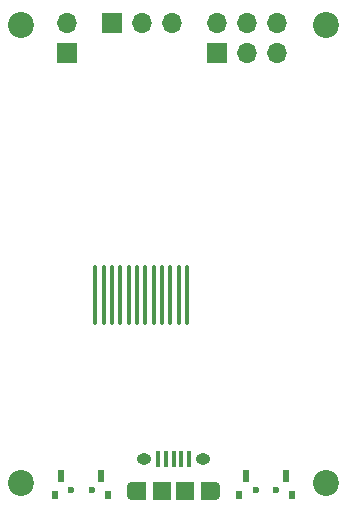
<source format=gbr>
%TF.GenerationSoftware,KiCad,Pcbnew,(6.0.9)*%
%TF.CreationDate,2023-01-20T21:16:29+01:00*%
%TF.ProjectId,AGH-CLK-01,4147482d-434c-44b2-9d30-312e6b696361,rev?*%
%TF.SameCoordinates,Original*%
%TF.FileFunction,Soldermask,Bot*%
%TF.FilePolarity,Negative*%
%FSLAX46Y46*%
G04 Gerber Fmt 4.6, Leading zero omitted, Abs format (unit mm)*
G04 Created by KiCad (PCBNEW (6.0.9)) date 2023-01-20 21:16:29*
%MOMM*%
%LPD*%
G01*
G04 APERTURE LIST*
G04 Aperture macros list*
%AMRoundRect*
0 Rectangle with rounded corners*
0 $1 Rounding radius*
0 $2 $3 $4 $5 $6 $7 $8 $9 X,Y pos of 4 corners*
0 Add a 4 corners polygon primitive as box body*
4,1,4,$2,$3,$4,$5,$6,$7,$8,$9,$2,$3,0*
0 Add four circle primitives for the rounded corners*
1,1,$1+$1,$2,$3*
1,1,$1+$1,$4,$5*
1,1,$1+$1,$6,$7*
1,1,$1+$1,$8,$9*
0 Add four rect primitives between the rounded corners*
20,1,$1+$1,$2,$3,$4,$5,0*
20,1,$1+$1,$4,$5,$6,$7,0*
20,1,$1+$1,$6,$7,$8,$9,0*
20,1,$1+$1,$8,$9,$2,$3,0*%
G04 Aperture macros list end*
%ADD10C,2.200000*%
%ADD11R,1.700000X1.700000*%
%ADD12O,1.700000X1.700000*%
%ADD13R,0.400000X1.350000*%
%ADD14O,1.250000X0.950000*%
%ADD15O,0.890000X1.550000*%
%ADD16R,1.200000X1.550000*%
%ADD17R,1.500000X1.550000*%
%ADD18RoundRect,0.087500X-0.087500X2.412500X-0.087500X-2.412500X0.087500X-2.412500X0.087500X2.412500X0*%
%ADD19C,0.600000*%
%ADD20R,0.600000X1.000000*%
%ADD21R,0.500000X0.800000*%
G04 APERTURE END LIST*
D10*
%TO.C,H1*%
X217290000Y-83699000D03*
%TD*%
D11*
%TO.C,J5*%
X195390000Y-47299000D03*
D12*
X195390000Y-44759000D03*
%TD*%
D10*
%TO.C,H4*%
X191490000Y-83699000D03*
%TD*%
D11*
%TO.C,J1*%
X208065000Y-47274000D03*
D12*
X208065000Y-44734000D03*
X210605000Y-47274000D03*
X210605000Y-44734000D03*
X213145000Y-47274000D03*
X213145000Y-44734000D03*
%TD*%
D10*
%TO.C,H3*%
X191490000Y-44899000D03*
%TD*%
%TO.C,H2*%
X217290000Y-44899000D03*
%TD*%
D11*
%TO.C,J3*%
X199165000Y-44699000D03*
D12*
X201705000Y-44699000D03*
X204245000Y-44699000D03*
%TD*%
D13*
%TO.C,J2*%
X205690000Y-81614000D03*
X205040000Y-81614000D03*
X204390000Y-81614000D03*
X203740000Y-81614000D03*
X203090000Y-81614000D03*
D14*
X206890000Y-81614000D03*
X201890000Y-81614000D03*
D15*
X200890000Y-84314000D03*
D16*
X201490000Y-84314000D03*
X207290000Y-84314000D03*
D15*
X207890000Y-84314000D03*
D17*
X203390000Y-84314000D03*
X205390000Y-84314000D03*
%TD*%
D18*
%TO.C,J4*%
X197761250Y-67769000D03*
X198466477Y-67769000D03*
X199171704Y-67769000D03*
X199876931Y-67769000D03*
X200582158Y-67769000D03*
X201287385Y-67769000D03*
X201992612Y-67769000D03*
X202697839Y-67769000D03*
X203403066Y-67769000D03*
X204108293Y-67769000D03*
X204813520Y-67769000D03*
X205518750Y-67769000D03*
%TD*%
D19*
%TO.C,SW2*%
X197440000Y-84299000D03*
X195740000Y-84299000D03*
D20*
X194890000Y-83099000D03*
X198265000Y-83099000D03*
D21*
X198840000Y-84699000D03*
X194340000Y-84699000D03*
%TD*%
D19*
%TO.C,SW1*%
X211340000Y-84299000D03*
X213040000Y-84299000D03*
D20*
X210490000Y-83099000D03*
X213865000Y-83099000D03*
D21*
X214440000Y-84699000D03*
X209940000Y-84699000D03*
%TD*%
M02*

</source>
